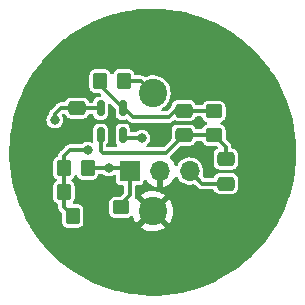
<source format=gbr>
%TF.GenerationSoftware,KiCad,Pcbnew,6.0.7-f9a2dced07~116~ubuntu20.04.1*%
%TF.CreationDate,2022-09-22T11:15:32+02:00*%
%TF.ProjectId,piezo_sensor_amplifier,7069657a-6f5f-4736-956e-736f725f616d,1.0*%
%TF.SameCoordinates,Original*%
%TF.FileFunction,Copper,L1,Top*%
%TF.FilePolarity,Positive*%
%FSLAX46Y46*%
G04 Gerber Fmt 4.6, Leading zero omitted, Abs format (unit mm)*
G04 Created by KiCad (PCBNEW 6.0.7-f9a2dced07~116~ubuntu20.04.1) date 2022-09-22 11:15:32*
%MOMM*%
%LPD*%
G01*
G04 APERTURE LIST*
G04 Aperture macros list*
%AMRoundRect*
0 Rectangle with rounded corners*
0 $1 Rounding radius*
0 $2 $3 $4 $5 $6 $7 $8 $9 X,Y pos of 4 corners*
0 Add a 4 corners polygon primitive as box body*
4,1,4,$2,$3,$4,$5,$6,$7,$8,$9,$2,$3,0*
0 Add four circle primitives for the rounded corners*
1,1,$1+$1,$2,$3*
1,1,$1+$1,$4,$5*
1,1,$1+$1,$6,$7*
1,1,$1+$1,$8,$9*
0 Add four rect primitives between the rounded corners*
20,1,$1+$1,$2,$3,$4,$5,0*
20,1,$1+$1,$4,$5,$6,$7,0*
20,1,$1+$1,$6,$7,$8,$9,0*
20,1,$1+$1,$8,$9,$2,$3,0*%
G04 Aperture macros list end*
%TA.AperFunction,SMDPad,CuDef*%
%ADD10RoundRect,0.250000X-0.475000X0.337500X-0.475000X-0.337500X0.475000X-0.337500X0.475000X0.337500X0*%
%TD*%
%TA.AperFunction,ComponentPad*%
%ADD11C,2.400000*%
%TD*%
%TA.AperFunction,SMDPad,CuDef*%
%ADD12RoundRect,0.250000X-0.350000X-0.450000X0.350000X-0.450000X0.350000X0.450000X-0.350000X0.450000X0*%
%TD*%
%TA.AperFunction,ComponentPad*%
%ADD13R,1.700000X1.700000*%
%TD*%
%TA.AperFunction,ComponentPad*%
%ADD14O,1.700000X1.700000*%
%TD*%
%TA.AperFunction,SMDPad,CuDef*%
%ADD15RoundRect,0.250000X-0.450000X0.350000X-0.450000X-0.350000X0.450000X-0.350000X0.450000X0.350000X0*%
%TD*%
%TA.AperFunction,SMDPad,CuDef*%
%ADD16RoundRect,0.250000X0.350000X0.450000X-0.350000X0.450000X-0.350000X-0.450000X0.350000X-0.450000X0*%
%TD*%
%TA.AperFunction,SMDPad,CuDef*%
%ADD17RoundRect,0.150000X0.150000X-0.512500X0.150000X0.512500X-0.150000X0.512500X-0.150000X-0.512500X0*%
%TD*%
%TA.AperFunction,ViaPad*%
%ADD18C,0.800000*%
%TD*%
%TA.AperFunction,Conductor*%
%ADD19C,0.350000*%
%TD*%
G04 APERTURE END LIST*
D10*
%TO.P,C3,1*%
%TO.N,Net-(C3-Pad1)*%
X102616000Y-96477000D03*
%TO.P,C3,2*%
%TO.N,Net-(C3-Pad2)*%
X102616000Y-98552000D03*
%TD*%
D11*
%TO.P,Y1,1,out*%
%TO.N,Net-(R3-Pad1)*%
X100000000Y-95000000D03*
%TO.P,Y1,2,GND*%
%TO.N,GND*%
X100000000Y-105000000D03*
%TD*%
D12*
%TO.P,R2,1*%
%TO.N,Net-(C1-Pad1)*%
X92472000Y-103378000D03*
%TO.P,R2,2*%
%TO.N,GND*%
X94472000Y-103378000D03*
%TD*%
D13*
%TO.P,J1,1,Pin_1*%
%TO.N,+3.3V*%
X98044000Y-101600000D03*
D14*
%TO.P,J1,2,Pin_2*%
%TO.N,GND*%
X100584000Y-101600000D03*
%TO.P,J1,3,Pin_3*%
%TO.N,Vout*%
X103124000Y-101600000D03*
%TD*%
D15*
%TO.P,C2,1*%
%TO.N,+3.3V*%
X97282000Y-104680000D03*
%TO.P,C2,2*%
%TO.N,GND*%
X97282000Y-106680000D03*
%TD*%
D12*
%TO.P,C1,1*%
%TO.N,Net-(C1-Pad1)*%
X93218000Y-105410000D03*
%TO.P,C1,2*%
%TO.N,GND*%
X95218000Y-105410000D03*
%TD*%
D10*
%TO.P,C5,1*%
%TO.N,Net-(C3-Pad2)*%
X106172000Y-100584000D03*
%TO.P,C5,2*%
%TO.N,Vout*%
X106172000Y-102659000D03*
%TD*%
%TO.P,C4,1*%
%TO.N,+3.3V*%
X93573600Y-96266000D03*
%TO.P,C4,2*%
%TO.N,GND*%
X93573600Y-98341000D03*
%TD*%
D15*
%TO.P,R4,1*%
%TO.N,Net-(C3-Pad1)*%
X105156000Y-96552000D03*
%TO.P,R4,2*%
%TO.N,Net-(C3-Pad2)*%
X105156000Y-98552000D03*
%TD*%
D16*
%TO.P,R1,1*%
%TO.N,+3.3V*%
X94472000Y-101346000D03*
%TO.P,R1,2*%
%TO.N,Net-(C1-Pad1)*%
X92472000Y-101346000D03*
%TD*%
D17*
%TO.P,U1,1*%
%TO.N,Net-(C3-Pad2)*%
X95570000Y-98552000D03*
%TO.P,U1,2,V-*%
%TO.N,GND*%
X96520000Y-98552000D03*
%TO.P,U1,3,+*%
%TO.N,Net-(C1-Pad1)*%
X97470000Y-98552000D03*
%TO.P,U1,4,-*%
%TO.N,Net-(C3-Pad1)*%
X97470000Y-96277000D03*
%TO.P,U1,5,V+*%
%TO.N,+3.3V*%
X95570000Y-96277000D03*
%TD*%
D16*
%TO.P,R3,1*%
%TO.N,Net-(R3-Pad1)*%
X97536000Y-93980000D03*
%TO.P,R3,2*%
%TO.N,Net-(C3-Pad1)*%
X95536000Y-93980000D03*
%TD*%
D18*
%TO.N,GND*%
X100584000Y-98552000D03*
X95758000Y-103124000D03*
X94996000Y-108204000D03*
X90678000Y-102362000D03*
X90424000Y-98552000D03*
X91948000Y-94742000D03*
X94234000Y-92456000D03*
X97028000Y-90932000D03*
X99822000Y-90424000D03*
X103124000Y-90932000D03*
X105918000Y-92456000D03*
X107950000Y-94742000D03*
X109220000Y-97790000D03*
X109474000Y-101092000D03*
X108458000Y-104140000D03*
X106934000Y-106426000D03*
X104394000Y-108458000D03*
X100330000Y-109474000D03*
%TO.N,+3.3V*%
X96266000Y-101346000D03*
X91694000Y-97282000D03*
%TO.N,Net-(C1-Pad1)*%
X99060000Y-98806000D03*
X94488000Y-99822000D03*
%TD*%
D19*
%TO.N,Net-(C1-Pad1)*%
X92472000Y-103378000D02*
X92472000Y-101346000D01*
X92456000Y-104648000D02*
X92456000Y-103394000D01*
X92456000Y-103394000D02*
X92472000Y-103378000D01*
%TO.N,+3.3V*%
X96266000Y-101346000D02*
X97790000Y-101346000D01*
X97790000Y-101346000D02*
X98044000Y-101600000D01*
X96266000Y-101346000D02*
X94472000Y-101346000D01*
%TO.N,Net-(C1-Pad1)*%
X93218000Y-105410000D02*
X92456000Y-104648000D01*
X94488000Y-99822000D02*
X92964000Y-99822000D01*
X92472000Y-100314000D02*
X92472000Y-101346000D01*
X92964000Y-99822000D02*
X92472000Y-100314000D01*
%TO.N,+3.3V*%
X91694000Y-96774000D02*
X92202000Y-96266000D01*
X91694000Y-97282000D02*
X91694000Y-96774000D01*
X92202000Y-96266000D02*
X93573600Y-96266000D01*
%TO.N,Vout*%
X106172000Y-102659000D02*
X104183000Y-102659000D01*
X104183000Y-102659000D02*
X103124000Y-101600000D01*
%TO.N,Net-(C3-Pad1)*%
X102616000Y-96477000D02*
X105081000Y-96477000D01*
X105081000Y-96477000D02*
X105156000Y-96552000D01*
%TO.N,Net-(C3-Pad2)*%
X102616000Y-98552000D02*
X105156000Y-98552000D01*
X105156000Y-98552000D02*
X106172000Y-99568000D01*
X106172000Y-99568000D02*
X106172000Y-100584000D01*
%TO.N,Net-(C1-Pad1)*%
X97724000Y-98806000D02*
X97470000Y-98552000D01*
X99060000Y-98806000D02*
X97724000Y-98806000D01*
%TO.N,Net-(C3-Pad2)*%
X95570000Y-99888000D02*
X95758000Y-100076000D01*
X95570000Y-98552000D02*
X95570000Y-99888000D01*
X101092000Y-100076000D02*
X102616000Y-98552000D01*
X95758000Y-100076000D02*
X101092000Y-100076000D01*
%TO.N,Net-(C3-Pad1)*%
X97470000Y-96277000D02*
X97547000Y-96277000D01*
X98298000Y-97028000D02*
X101346000Y-97028000D01*
X97547000Y-96277000D02*
X98298000Y-97028000D01*
X101346000Y-97028000D02*
X101897000Y-96477000D01*
X101897000Y-96477000D02*
X102616000Y-96477000D01*
%TO.N,Net-(R3-Pad1)*%
X97536000Y-93980000D02*
X98980000Y-93980000D01*
X98980000Y-93980000D02*
X100000000Y-95000000D01*
%TO.N,Net-(C3-Pad1)*%
X95536000Y-93980000D02*
X95536000Y-94343000D01*
X95536000Y-94343000D02*
X97470000Y-96277000D01*
%TO.N,+3.3V*%
X95570000Y-96277000D02*
X93584600Y-96277000D01*
X93584600Y-96277000D02*
X93573600Y-96266000D01*
X97028000Y-104680000D02*
X98044000Y-103664000D01*
X98044000Y-103664000D02*
X98044000Y-101600000D01*
%TD*%
%TA.AperFunction,Conductor*%
%TO.N,GND*%
G36*
X100088970Y-87850941D02*
G01*
X100758723Y-87874329D01*
X100766992Y-87874849D01*
X101434419Y-87935590D01*
X101442645Y-87936571D01*
X101923434Y-88007567D01*
X102105621Y-88034470D01*
X102113816Y-88035915D01*
X102770275Y-88170667D01*
X102778375Y-88172567D01*
X103426292Y-88343754D01*
X103434275Y-88346104D01*
X104071611Y-88553187D01*
X104079449Y-88555978D01*
X104704231Y-88798315D01*
X104711902Y-88801539D01*
X105322211Y-89078388D01*
X105329689Y-89082036D01*
X105923561Y-89392504D01*
X105930824Y-89396563D01*
X106506450Y-89739705D01*
X106513460Y-89744153D01*
X106924161Y-90021174D01*
X107069062Y-90118911D01*
X107075826Y-90123754D01*
X107609607Y-90528916D01*
X107616092Y-90534130D01*
X108126431Y-90968463D01*
X108132608Y-90974025D01*
X108455951Y-91281939D01*
X108617915Y-91436176D01*
X108623778Y-91442080D01*
X109082524Y-91930594D01*
X109088049Y-91936817D01*
X109518813Y-92450182D01*
X109523981Y-92456703D01*
X109925410Y-92993305D01*
X109930206Y-93000104D01*
X110301049Y-93558268D01*
X110305459Y-93565324D01*
X110644584Y-94143348D01*
X110648592Y-94150639D01*
X110954914Y-94746677D01*
X110958509Y-94754181D01*
X111212223Y-95324030D01*
X111231078Y-95366380D01*
X111234248Y-95374070D01*
X111465004Y-95981538D01*
X111472226Y-96000551D01*
X111474958Y-96008397D01*
X111521392Y-96154776D01*
X111677587Y-96647167D01*
X111679881Y-96655165D01*
X111846544Y-97304274D01*
X111848387Y-97312388D01*
X111978549Y-97969753D01*
X111979937Y-97977957D01*
X112073205Y-98641596D01*
X112074132Y-98649865D01*
X112116402Y-99153236D01*
X112130207Y-99317640D01*
X112130672Y-99325946D01*
X112131832Y-99367472D01*
X112149413Y-99996894D01*
X112149456Y-100003134D01*
X112144923Y-100327817D01*
X112144807Y-100336094D01*
X112144590Y-100342324D01*
X112109459Y-100970708D01*
X112107122Y-101012501D01*
X112106426Y-101020779D01*
X112057428Y-101457612D01*
X112031726Y-101686747D01*
X112030568Y-101694987D01*
X111918809Y-102355744D01*
X111917193Y-102363906D01*
X111829747Y-102748803D01*
X111770554Y-103009343D01*
X111768724Y-103017396D01*
X111766656Y-103025451D01*
X111581931Y-103669664D01*
X111579427Y-103677556D01*
X111486236Y-103945167D01*
X111359031Y-104310448D01*
X111356076Y-104318226D01*
X111100711Y-104937789D01*
X111097327Y-104945391D01*
X111086746Y-104967476D01*
X110824841Y-105514113D01*
X110807763Y-105549757D01*
X110803966Y-105557146D01*
X110658405Y-105821920D01*
X110481113Y-106144413D01*
X110476902Y-106151590D01*
X110121790Y-106719889D01*
X110117186Y-106726819D01*
X109730875Y-107274449D01*
X109725890Y-107281112D01*
X109559389Y-107491184D01*
X109328323Y-107782718D01*
X109309646Y-107806282D01*
X109304305Y-107812648D01*
X109189633Y-107941806D01*
X108859362Y-108313799D01*
X108853673Y-108319856D01*
X108381460Y-108795378D01*
X108375456Y-108801097D01*
X108246526Y-108917186D01*
X107877422Y-109249529D01*
X107871093Y-109254915D01*
X107348822Y-109674831D01*
X107342194Y-109679862D01*
X106797301Y-110069967D01*
X106790403Y-110074620D01*
X106224573Y-110433707D01*
X106217432Y-110437963D01*
X105632437Y-110764906D01*
X105625085Y-110768749D01*
X105240184Y-110956478D01*
X105022766Y-111062520D01*
X105015189Y-111065958D01*
X104397393Y-111325656D01*
X104389635Y-111328665D01*
X103758321Y-111553465D01*
X103750408Y-111556036D01*
X103328856Y-111680106D01*
X103107512Y-111745251D01*
X103099485Y-111747372D01*
X102447035Y-111900402D01*
X102438912Y-111902069D01*
X101778942Y-112018440D01*
X101770710Y-112019656D01*
X101105272Y-112099005D01*
X101096986Y-112099759D01*
X100428158Y-112141838D01*
X100419842Y-112142128D01*
X100060209Y-112144639D01*
X99749724Y-112146806D01*
X99741410Y-112146632D01*
X99072051Y-112113895D01*
X99063783Y-112113259D01*
X98397274Y-112043206D01*
X98389037Y-112042107D01*
X98090403Y-111993739D01*
X97727524Y-111934965D01*
X97719350Y-111933406D01*
X97064832Y-111789501D01*
X97056759Y-111787488D01*
X96874312Y-111736548D01*
X96411300Y-111607272D01*
X96403379Y-111604821D01*
X95768950Y-111388845D01*
X95761156Y-111385945D01*
X95463789Y-111265801D01*
X95139815Y-111134907D01*
X95132205Y-111131582D01*
X94760090Y-110956478D01*
X94525838Y-110846247D01*
X94518411Y-110842496D01*
X93928903Y-110523751D01*
X93921697Y-110519590D01*
X93350923Y-110168447D01*
X93343961Y-110163891D01*
X92793680Y-109781436D01*
X92786983Y-109776499D01*
X92656854Y-109674831D01*
X92258892Y-109363909D01*
X92252500Y-109358622D01*
X92051839Y-109182957D01*
X91748253Y-108917186D01*
X91742148Y-108911533D01*
X91690267Y-108860727D01*
X91263345Y-108442655D01*
X91257578Y-108436682D01*
X90805694Y-107941806D01*
X90800257Y-107935507D01*
X90376712Y-107416189D01*
X90371636Y-107409597D01*
X89977726Y-106867427D01*
X89973025Y-106860562D01*
X89610004Y-106297264D01*
X89605697Y-106290152D01*
X89588036Y-106259062D01*
X89274680Y-105707457D01*
X89270774Y-105700110D01*
X88972809Y-105099861D01*
X88969319Y-105092308D01*
X88802239Y-104702482D01*
X88705318Y-104476348D01*
X88702258Y-104468620D01*
X88701069Y-104465352D01*
X88473053Y-103838884D01*
X88470431Y-103831005D01*
X88276726Y-103189423D01*
X88274555Y-103181427D01*
X88169548Y-102747382D01*
X88116975Y-102530068D01*
X88115245Y-102521929D01*
X87994271Y-101862797D01*
X87992998Y-101854575D01*
X87909007Y-101189713D01*
X87908195Y-101181432D01*
X87861447Y-100512912D01*
X87861099Y-100504598D01*
X87851742Y-99834531D01*
X87851858Y-99826211D01*
X87879922Y-99156644D01*
X87880501Y-99148359D01*
X87880738Y-99145947D01*
X87945897Y-98481397D01*
X87946939Y-98473148D01*
X87968578Y-98333372D01*
X88049462Y-97810893D01*
X88050963Y-97802713D01*
X88065223Y-97735628D01*
X88092595Y-97606850D01*
X88163215Y-97274611D01*
X90988394Y-97274611D01*
X90989380Y-97283542D01*
X90989380Y-97283543D01*
X90990636Y-97294922D01*
X91006999Y-97443135D01*
X91010087Y-97451572D01*
X91010087Y-97451574D01*
X91029194Y-97503786D01*
X91065266Y-97602356D01*
X91070275Y-97609811D01*
X91070276Y-97609812D01*
X91151299Y-97730387D01*
X91159830Y-97743083D01*
X91166472Y-97749126D01*
X91166473Y-97749128D01*
X91254985Y-97829667D01*
X91285233Y-97857191D01*
X91293128Y-97861478D01*
X91293130Y-97861479D01*
X91426344Y-97933808D01*
X91426347Y-97933809D01*
X91434235Y-97938092D01*
X91495372Y-97954131D01*
X91589549Y-97978838D01*
X91589551Y-97978838D01*
X91598233Y-97981116D01*
X91607209Y-97981257D01*
X91758781Y-97983638D01*
X91767760Y-97983779D01*
X91933029Y-97945928D01*
X92084498Y-97869747D01*
X92123042Y-97836827D01*
X92206594Y-97765467D01*
X92206596Y-97765465D01*
X92213423Y-97759634D01*
X92237369Y-97726310D01*
X92307124Y-97629236D01*
X92307126Y-97629232D01*
X92312361Y-97621947D01*
X92325606Y-97589000D01*
X92372251Y-97472969D01*
X92372252Y-97472964D01*
X92375601Y-97464634D01*
X92399490Y-97296778D01*
X92399645Y-97282000D01*
X92379276Y-97113680D01*
X92319345Y-96955077D01*
X92320932Y-96954477D01*
X92306438Y-96889629D01*
X92329502Y-96816030D01*
X92349948Y-96790510D01*
X92354734Y-96785724D01*
X92421529Y-96747160D01*
X92498657Y-96747160D01*
X92565452Y-96785724D01*
X92598629Y-96836231D01*
X92614487Y-96876283D01*
X92705678Y-96996422D01*
X92825817Y-97087613D01*
X92966053Y-97143136D01*
X93055828Y-97154000D01*
X94091372Y-97154000D01*
X94181147Y-97143136D01*
X94321383Y-97087613D01*
X94441522Y-96996422D01*
X94532713Y-96876283D01*
X94544446Y-96846650D01*
X94590429Y-96784731D01*
X94661213Y-96754099D01*
X94682982Y-96752500D01*
X94826909Y-96752500D01*
X94901409Y-96772462D01*
X94955947Y-96827000D01*
X94971829Y-96867973D01*
X94972481Y-96874869D01*
X95017366Y-97002684D01*
X95097850Y-97111650D01*
X95206816Y-97192134D01*
X95334631Y-97237019D01*
X95343674Y-97237874D01*
X95343675Y-97237874D01*
X95346395Y-97238131D01*
X95366166Y-97240000D01*
X95773834Y-97240000D01*
X95793605Y-97238131D01*
X95796325Y-97237874D01*
X95796326Y-97237874D01*
X95805369Y-97237019D01*
X95933184Y-97192134D01*
X96042150Y-97111650D01*
X96122634Y-97002684D01*
X96167519Y-96874869D01*
X96170500Y-96843334D01*
X96170500Y-96009676D01*
X96190462Y-95935176D01*
X96245000Y-95880638D01*
X96319500Y-95860676D01*
X96394000Y-95880638D01*
X96424859Y-95904317D01*
X96825859Y-96305317D01*
X96864423Y-96372112D01*
X96869500Y-96410676D01*
X96869500Y-96843334D01*
X96872481Y-96874869D01*
X96917366Y-97002684D01*
X96997850Y-97111650D01*
X97106816Y-97192134D01*
X97234631Y-97237019D01*
X97243674Y-97237874D01*
X97243675Y-97237874D01*
X97246395Y-97238131D01*
X97266166Y-97240000D01*
X97673834Y-97240000D01*
X97705369Y-97237019D01*
X97713931Y-97234012D01*
X97722807Y-97232065D01*
X97723164Y-97233693D01*
X97789451Y-97228653D01*
X97858977Y-97262042D01*
X97867268Y-97269726D01*
X97914191Y-97316649D01*
X97922301Y-97325437D01*
X97926498Y-97330369D01*
X97932165Y-97339350D01*
X97969177Y-97372038D01*
X97975885Y-97378343D01*
X97985915Y-97388373D01*
X97985297Y-97388991D01*
X98024039Y-97446276D01*
X98039897Y-97443892D01*
X98075458Y-97452428D01*
X98107606Y-97464480D01*
X98118598Y-97469112D01*
X98157548Y-97487399D01*
X98168034Y-97489032D01*
X98176374Y-97491582D01*
X98184904Y-97493457D01*
X98194843Y-97497183D01*
X98205428Y-97497970D01*
X98205430Y-97497970D01*
X98237731Y-97500370D01*
X98249610Y-97501733D01*
X98260956Y-97503500D01*
X98274323Y-97503500D01*
X98285366Y-97503910D01*
X98330674Y-97507277D01*
X98341056Y-97505061D01*
X98351646Y-97504339D01*
X98351678Y-97504811D01*
X98364093Y-97503500D01*
X101278716Y-97503500D01*
X101290665Y-97503980D01*
X101297120Y-97504499D01*
X101307473Y-97506842D01*
X101318065Y-97506185D01*
X101318067Y-97506185D01*
X101356731Y-97503786D01*
X101365957Y-97503500D01*
X101380145Y-97503500D01*
X101388603Y-97502289D01*
X101400482Y-97501072D01*
X101415153Y-97500162D01*
X101443417Y-97498408D01*
X101453400Y-97494804D01*
X101461953Y-97493033D01*
X101470320Y-97490586D01*
X101480829Y-97489081D01*
X101520008Y-97471268D01*
X101531047Y-97466774D01*
X101571530Y-97452159D01*
X101580102Y-97445896D01*
X101587810Y-97441798D01*
X101595158Y-97437099D01*
X101604820Y-97432706D01*
X101612860Y-97425778D01*
X101612862Y-97425777D01*
X101637414Y-97404622D01*
X101646777Y-97397187D01*
X101651387Y-97393819D01*
X101651389Y-97393817D01*
X101656035Y-97390423D01*
X101665476Y-97380982D01*
X101673573Y-97373464D01*
X101699966Y-97350722D01*
X101708004Y-97343796D01*
X101710478Y-97339979D01*
X101771738Y-97298812D01*
X101848688Y-97293565D01*
X101874854Y-97301241D01*
X101882515Y-97304274D01*
X102008453Y-97354136D01*
X102098228Y-97365000D01*
X103133772Y-97365000D01*
X103223547Y-97354136D01*
X103363783Y-97298613D01*
X103483922Y-97207422D01*
X103575113Y-97087283D01*
X103578852Y-97077839D01*
X103578855Y-97077834D01*
X103591202Y-97046649D01*
X103637188Y-96984729D01*
X103707972Y-96954098D01*
X103729738Y-96952500D01*
X104032619Y-96952500D01*
X104107119Y-96972462D01*
X104161657Y-97027000D01*
X104171155Y-97046649D01*
X104221887Y-97174783D01*
X104313078Y-97294922D01*
X104433217Y-97386113D01*
X104479966Y-97404622D01*
X104502296Y-97413463D01*
X104564216Y-97459449D01*
X104594847Y-97530233D01*
X104585983Y-97606850D01*
X104539997Y-97668770D01*
X104502297Y-97690537D01*
X104433217Y-97717887D01*
X104408659Y-97736528D01*
X104321464Y-97802713D01*
X104313078Y-97809078D01*
X104221887Y-97929217D01*
X104202590Y-97977957D01*
X104200850Y-97982351D01*
X104154864Y-98044271D01*
X104084079Y-98074902D01*
X104062313Y-98076500D01*
X103729738Y-98076500D01*
X103655238Y-98056538D01*
X103600700Y-98002000D01*
X103591202Y-97982351D01*
X103578855Y-97951166D01*
X103578852Y-97951161D01*
X103575113Y-97941717D01*
X103483922Y-97821578D01*
X103363783Y-97730387D01*
X103223547Y-97674864D01*
X103133772Y-97664000D01*
X102098228Y-97664000D01*
X102008453Y-97674864D01*
X101868217Y-97730387D01*
X101748078Y-97821578D01*
X101656887Y-97941717D01*
X101601364Y-98081953D01*
X101590500Y-98171728D01*
X101590500Y-98843323D01*
X101570538Y-98917823D01*
X101546859Y-98948682D01*
X100938683Y-99556859D01*
X100871888Y-99595423D01*
X100833324Y-99600500D01*
X99612303Y-99600500D01*
X99537803Y-99580538D01*
X99483265Y-99526000D01*
X99463303Y-99451500D01*
X99483265Y-99377000D01*
X99515535Y-99338200D01*
X99548809Y-99309781D01*
X99579423Y-99283634D01*
X99614907Y-99234253D01*
X99673124Y-99153236D01*
X99673126Y-99153232D01*
X99678361Y-99145947D01*
X99723144Y-99034547D01*
X99738251Y-98996969D01*
X99738252Y-98996964D01*
X99741601Y-98988634D01*
X99765490Y-98820778D01*
X99765645Y-98806000D01*
X99745276Y-98637680D01*
X99685345Y-98479077D01*
X99589312Y-98339349D01*
X99582604Y-98333372D01*
X99469428Y-98232535D01*
X99469424Y-98232532D01*
X99462721Y-98226560D01*
X99454783Y-98222357D01*
X99454780Y-98222355D01*
X99320823Y-98151429D01*
X99312881Y-98147224D01*
X99304168Y-98145035D01*
X99304167Y-98145035D01*
X99231691Y-98126830D01*
X99148441Y-98105919D01*
X99044002Y-98105372D01*
X98987873Y-98105078D01*
X98978895Y-98105031D01*
X98970164Y-98107127D01*
X98970165Y-98107127D01*
X98822765Y-98142515D01*
X98822762Y-98142516D01*
X98814032Y-98144612D01*
X98806053Y-98148730D01*
X98806051Y-98148731D01*
X98770121Y-98167276D01*
X98663369Y-98222375D01*
X98656595Y-98228284D01*
X98656594Y-98228285D01*
X98581514Y-98293781D01*
X98512251Y-98327713D01*
X98483566Y-98330500D01*
X98219500Y-98330500D01*
X98145000Y-98310538D01*
X98090462Y-98256000D01*
X98070500Y-98181500D01*
X98070500Y-97985666D01*
X98067519Y-97954131D01*
X98022634Y-97826316D01*
X97942150Y-97717350D01*
X97933190Y-97710732D01*
X97925315Y-97702857D01*
X97926537Y-97701635D01*
X97886572Y-97651484D01*
X97885123Y-97641846D01*
X97856731Y-97643866D01*
X97833590Y-97635709D01*
X97833184Y-97636866D01*
X97713943Y-97594992D01*
X97705369Y-97591981D01*
X97696326Y-97591126D01*
X97696325Y-97591126D01*
X97693605Y-97590869D01*
X97673834Y-97589000D01*
X97266166Y-97589000D01*
X97246395Y-97590869D01*
X97243675Y-97591126D01*
X97243674Y-97591126D01*
X97234631Y-97591981D01*
X97106816Y-97636866D01*
X96997850Y-97717350D01*
X96917366Y-97826316D01*
X96872481Y-97954131D01*
X96869500Y-97985666D01*
X96869500Y-99118334D01*
X96872481Y-99149869D01*
X96917366Y-99277684D01*
X96923984Y-99286644D01*
X96980364Y-99362976D01*
X97008569Y-99434762D01*
X96997102Y-99511032D01*
X96949036Y-99571352D01*
X96877250Y-99599557D01*
X96860512Y-99600500D01*
X96194500Y-99600500D01*
X96120000Y-99580538D01*
X96065462Y-99526000D01*
X96045500Y-99451500D01*
X96045500Y-99431176D01*
X96065462Y-99356676D01*
X96074649Y-99342651D01*
X96116013Y-99286649D01*
X96116016Y-99286644D01*
X96122634Y-99277684D01*
X96167519Y-99149869D01*
X96170500Y-99118334D01*
X96170500Y-97985666D01*
X96167519Y-97954131D01*
X96122634Y-97826316D01*
X96042150Y-97717350D01*
X95933184Y-97636866D01*
X95805369Y-97591981D01*
X95796326Y-97591126D01*
X95796325Y-97591126D01*
X95793605Y-97590869D01*
X95773834Y-97589000D01*
X95366166Y-97589000D01*
X95346395Y-97590869D01*
X95343675Y-97591126D01*
X95343674Y-97591126D01*
X95334631Y-97591981D01*
X95206816Y-97636866D01*
X95097850Y-97717350D01*
X95017366Y-97826316D01*
X94972481Y-97954131D01*
X94969500Y-97985666D01*
X94969500Y-99036784D01*
X94949538Y-99111284D01*
X94895000Y-99165822D01*
X94820500Y-99185784D01*
X94757408Y-99170111D01*
X94757203Y-99170646D01*
X94752881Y-99168987D01*
X94750779Y-99168465D01*
X94740881Y-99163224D01*
X94732168Y-99161035D01*
X94732167Y-99161035D01*
X94651708Y-99140825D01*
X94576441Y-99121919D01*
X94472002Y-99121372D01*
X94415873Y-99121078D01*
X94406895Y-99121031D01*
X94398164Y-99123127D01*
X94398165Y-99123127D01*
X94250765Y-99158515D01*
X94250762Y-99158516D01*
X94242032Y-99160612D01*
X94234053Y-99164730D01*
X94234051Y-99164731D01*
X94223628Y-99170111D01*
X94091369Y-99238375D01*
X94084595Y-99244284D01*
X94084594Y-99244285D01*
X94009514Y-99309781D01*
X93940251Y-99343713D01*
X93911566Y-99346500D01*
X93031284Y-99346500D01*
X93019335Y-99346020D01*
X93012880Y-99345501D01*
X93002527Y-99343158D01*
X92991935Y-99343815D01*
X92991933Y-99343815D01*
X92953269Y-99346214D01*
X92944043Y-99346500D01*
X92929855Y-99346500D01*
X92921397Y-99347711D01*
X92909518Y-99348928D01*
X92894847Y-99349838D01*
X92866583Y-99351592D01*
X92856600Y-99355196D01*
X92848047Y-99356967D01*
X92839680Y-99359414D01*
X92829171Y-99360919D01*
X92789992Y-99378732D01*
X92778953Y-99383226D01*
X92738470Y-99397841D01*
X92729898Y-99404104D01*
X92722190Y-99408202D01*
X92714842Y-99412901D01*
X92705180Y-99417294D01*
X92697140Y-99424222D01*
X92697138Y-99424223D01*
X92672586Y-99445378D01*
X92663223Y-99452813D01*
X92658613Y-99456181D01*
X92653965Y-99459577D01*
X92644524Y-99469018D01*
X92636427Y-99476536D01*
X92613675Y-99496141D01*
X92601996Y-99506204D01*
X92596222Y-99515112D01*
X92589246Y-99523109D01*
X92588890Y-99522798D01*
X92581035Y-99532507D01*
X92183351Y-99930191D01*
X92174563Y-99938301D01*
X92169631Y-99942498D01*
X92160650Y-99948165D01*
X92127962Y-99985177D01*
X92121657Y-99991885D01*
X92111627Y-100001915D01*
X92108454Y-100006149D01*
X92108452Y-100006151D01*
X92106513Y-100008739D01*
X92098973Y-100018001D01*
X92070487Y-100050255D01*
X92065974Y-100059868D01*
X92061177Y-100067171D01*
X92056993Y-100074812D01*
X92050628Y-100083305D01*
X92046903Y-100093242D01*
X92046900Y-100093247D01*
X92035520Y-100123603D01*
X92030878Y-100134621D01*
X92012601Y-100173548D01*
X92010968Y-100184036D01*
X92008413Y-100192393D01*
X92006542Y-100200904D01*
X92002816Y-100210843D01*
X92002029Y-100221430D01*
X92002029Y-100221432D01*
X91999629Y-100253733D01*
X91998265Y-100265616D01*
X91996901Y-100274376D01*
X91965714Y-100344918D01*
X91904527Y-100389988D01*
X91849217Y-100411887D01*
X91803099Y-100446893D01*
X91745229Y-100490819D01*
X91729078Y-100503078D01*
X91722938Y-100511167D01*
X91720350Y-100514576D01*
X91637887Y-100623217D01*
X91582364Y-100763453D01*
X91571500Y-100853228D01*
X91571500Y-101838772D01*
X91582364Y-101928547D01*
X91637887Y-102068783D01*
X91729078Y-102188922D01*
X91737167Y-102195062D01*
X91737171Y-102195066D01*
X91800740Y-102243318D01*
X91848012Y-102304261D01*
X91858479Y-102380675D01*
X91829336Y-102452086D01*
X91800740Y-102480682D01*
X91737171Y-102528934D01*
X91737167Y-102528938D01*
X91729078Y-102535078D01*
X91637887Y-102655217D01*
X91582364Y-102795453D01*
X91571500Y-102885228D01*
X91571500Y-103870772D01*
X91582364Y-103960547D01*
X91637887Y-104100783D01*
X91729078Y-104220922D01*
X91849217Y-104312113D01*
X91886352Y-104326815D01*
X91948270Y-104372801D01*
X91978902Y-104443586D01*
X91980500Y-104465352D01*
X91980500Y-104580716D01*
X91980020Y-104592665D01*
X91979501Y-104599120D01*
X91977158Y-104609473D01*
X91977815Y-104620065D01*
X91977815Y-104620067D01*
X91980214Y-104658731D01*
X91980500Y-104667957D01*
X91980500Y-104682145D01*
X91981251Y-104687387D01*
X91981710Y-104690592D01*
X91982928Y-104702482D01*
X91985592Y-104745417D01*
X91989196Y-104755400D01*
X91990967Y-104763953D01*
X91993414Y-104772320D01*
X91994919Y-104782829D01*
X92012732Y-104822008D01*
X92017226Y-104833047D01*
X92031841Y-104873530D01*
X92038104Y-104882102D01*
X92042202Y-104889810D01*
X92046901Y-104897158D01*
X92051294Y-104906820D01*
X92058222Y-104914860D01*
X92058223Y-104914862D01*
X92079378Y-104939414D01*
X92086813Y-104948777D01*
X92093577Y-104958035D01*
X92103018Y-104967476D01*
X92110536Y-104975573D01*
X92140204Y-105010004D01*
X92149111Y-105015777D01*
X92157109Y-105022754D01*
X92156799Y-105023110D01*
X92166506Y-105030964D01*
X92273859Y-105138317D01*
X92312423Y-105205112D01*
X92317500Y-105243676D01*
X92317500Y-105902772D01*
X92328364Y-105992547D01*
X92383887Y-106132783D01*
X92475078Y-106252922D01*
X92595217Y-106344113D01*
X92735453Y-106399636D01*
X92825228Y-106410500D01*
X93610772Y-106410500D01*
X93700547Y-106399636D01*
X93765352Y-106373978D01*
X98991095Y-106373978D01*
X98995398Y-106381432D01*
X99087906Y-106449261D01*
X99097250Y-106455100D01*
X99312130Y-106568154D01*
X99322253Y-106572555D01*
X99551472Y-106652602D01*
X99562136Y-106655459D01*
X99800677Y-106700748D01*
X99811630Y-106701996D01*
X100054250Y-106711529D01*
X100065273Y-106711144D01*
X100306625Y-106684711D01*
X100317484Y-106682699D01*
X100552281Y-106620882D01*
X100562710Y-106617291D01*
X100785797Y-106521445D01*
X100795584Y-106516350D01*
X101002046Y-106388587D01*
X101003885Y-106387251D01*
X101011585Y-106376152D01*
X101006805Y-106366015D01*
X100013871Y-105373081D01*
X100000000Y-105365073D01*
X99986129Y-105373081D01*
X98999103Y-106360107D01*
X98991095Y-106373978D01*
X93765352Y-106373978D01*
X93840783Y-106344113D01*
X93960922Y-106252922D01*
X94052113Y-106132783D01*
X94107636Y-105992547D01*
X94118500Y-105902772D01*
X94118500Y-104917228D01*
X94107636Y-104827453D01*
X94052113Y-104687217D01*
X93960922Y-104567078D01*
X93840783Y-104475887D01*
X93700547Y-104420364D01*
X93610772Y-104409500D01*
X93371943Y-104409500D01*
X93297443Y-104389538D01*
X93242905Y-104335000D01*
X93222943Y-104260500D01*
X93242905Y-104186000D01*
X93253260Y-104170415D01*
X93299970Y-104108877D01*
X93299972Y-104108873D01*
X93306113Y-104100783D01*
X93361636Y-103960547D01*
X93372500Y-103870772D01*
X93372500Y-102885228D01*
X93361636Y-102795453D01*
X93306113Y-102655217D01*
X93214922Y-102535078D01*
X93206833Y-102528938D01*
X93206829Y-102528934D01*
X93143260Y-102480682D01*
X93095988Y-102419739D01*
X93085521Y-102343325D01*
X93114664Y-102271914D01*
X93143260Y-102243318D01*
X93206829Y-102195066D01*
X93206833Y-102195062D01*
X93214922Y-102188922D01*
X93306113Y-102068783D01*
X93333463Y-101999704D01*
X93379449Y-101937784D01*
X93450233Y-101907153D01*
X93526850Y-101916017D01*
X93588770Y-101962003D01*
X93610537Y-101999703D01*
X93637887Y-102068783D01*
X93729078Y-102188922D01*
X93737167Y-102195062D01*
X93757714Y-102210658D01*
X93849217Y-102280113D01*
X93989453Y-102335636D01*
X94079228Y-102346500D01*
X94864772Y-102346500D01*
X94954547Y-102335636D01*
X95094783Y-102280113D01*
X95186286Y-102210658D01*
X95206833Y-102195062D01*
X95214922Y-102188922D01*
X95306113Y-102068783D01*
X95348390Y-101962003D01*
X95358112Y-101937449D01*
X95358113Y-101937445D01*
X95361636Y-101928547D01*
X95361924Y-101928661D01*
X95396716Y-101866532D01*
X95462999Y-101827095D01*
X95503448Y-101821500D01*
X95690030Y-101821500D01*
X95764530Y-101841462D01*
X95790309Y-101860295D01*
X95838522Y-101904165D01*
X95857233Y-101921191D01*
X95865128Y-101925478D01*
X95865130Y-101925479D01*
X95998344Y-101997808D01*
X95998347Y-101997809D01*
X96006235Y-102002092D01*
X96043743Y-102011932D01*
X96161549Y-102042838D01*
X96161551Y-102042838D01*
X96170233Y-102045116D01*
X96179209Y-102045257D01*
X96330781Y-102047638D01*
X96339760Y-102047779D01*
X96505029Y-102009928D01*
X96514637Y-102005096D01*
X96648473Y-101937783D01*
X96656498Y-101933747D01*
X96662515Y-101928608D01*
X96735142Y-101904165D01*
X96810749Y-101919409D01*
X96868604Y-101970414D01*
X96893206Y-102043513D01*
X96893500Y-102052871D01*
X96893500Y-102494646D01*
X96896618Y-102520846D01*
X96942061Y-102623153D01*
X97021287Y-102702241D01*
X97033867Y-102707803D01*
X97033869Y-102707804D01*
X97113426Y-102742976D01*
X97123673Y-102747506D01*
X97138318Y-102749213D01*
X97145070Y-102750001D01*
X97145078Y-102750001D01*
X97149354Y-102750500D01*
X97419500Y-102750500D01*
X97494000Y-102770462D01*
X97548538Y-102825000D01*
X97568500Y-102899500D01*
X97568500Y-103405324D01*
X97548538Y-103479824D01*
X97524859Y-103510683D01*
X97299683Y-103735859D01*
X97232888Y-103774423D01*
X97194324Y-103779500D01*
X96789228Y-103779500D01*
X96699453Y-103790364D01*
X96559217Y-103845887D01*
X96439078Y-103937078D01*
X96347887Y-104057217D01*
X96292364Y-104197453D01*
X96281500Y-104287228D01*
X96281500Y-105072772D01*
X96292364Y-105162547D01*
X96347887Y-105302783D01*
X96439078Y-105422922D01*
X96559217Y-105514113D01*
X96699453Y-105569636D01*
X96789228Y-105580500D01*
X97774772Y-105580500D01*
X97864547Y-105569636D01*
X98004783Y-105514113D01*
X98124922Y-105422922D01*
X98126266Y-105424693D01*
X98181080Y-105393046D01*
X98258208Y-105393046D01*
X98325003Y-105431610D01*
X98359879Y-105486620D01*
X98433421Y-105691453D01*
X98437901Y-105701515D01*
X98552832Y-105915413D01*
X98558757Y-105924712D01*
X98614274Y-105999059D01*
X98626853Y-106008976D01*
X98635107Y-106005683D01*
X99626919Y-105013871D01*
X99634927Y-105000000D01*
X100365073Y-105000000D01*
X100373081Y-105013871D01*
X101362673Y-106003463D01*
X101376544Y-106011471D01*
X101382543Y-106008008D01*
X101502238Y-105821920D01*
X101507497Y-105812235D01*
X101607229Y-105590838D01*
X101610993Y-105580498D01*
X101676903Y-105346796D01*
X101679102Y-105335991D01*
X101709971Y-105093344D01*
X101710540Y-105085905D01*
X101712691Y-105003738D01*
X101712512Y-104996268D01*
X101694385Y-104752356D01*
X101692753Y-104741435D01*
X101639169Y-104504623D01*
X101635943Y-104494073D01*
X101547942Y-104267778D01*
X101543195Y-104257825D01*
X101422709Y-104047021D01*
X101416544Y-104037880D01*
X101386716Y-104000042D01*
X101373883Y-103990460D01*
X101364883Y-103994327D01*
X100373081Y-104986129D01*
X100365073Y-105000000D01*
X99634927Y-105000000D01*
X99626919Y-104986129D01*
X98637887Y-103997097D01*
X98601592Y-103976142D01*
X98572478Y-103968341D01*
X98517940Y-103913803D01*
X98497978Y-103839303D01*
X98503088Y-103805115D01*
X98503399Y-103804452D01*
X98505033Y-103793959D01*
X98507588Y-103785604D01*
X98509459Y-103777095D01*
X98513184Y-103767157D01*
X98513971Y-103756568D01*
X98516371Y-103724267D01*
X98517735Y-103712387D01*
X98518614Y-103706744D01*
X98518616Y-103706723D01*
X98519500Y-103701044D01*
X98519500Y-103687680D01*
X98519910Y-103676639D01*
X98522490Y-103641913D01*
X98523277Y-103631326D01*
X98521991Y-103625301D01*
X98989058Y-103625301D01*
X98991294Y-103632084D01*
X99986129Y-104626919D01*
X100000000Y-104634927D01*
X100013871Y-104626919D01*
X101001429Y-103639361D01*
X101009437Y-103625490D01*
X101005521Y-103618706D01*
X100873846Y-103527361D01*
X100864348Y-103521766D01*
X100646579Y-103414375D01*
X100636359Y-103410245D01*
X100405110Y-103336221D01*
X100394387Y-103333646D01*
X100154726Y-103294616D01*
X100143756Y-103293657D01*
X99900965Y-103290478D01*
X99889960Y-103291151D01*
X99649373Y-103323894D01*
X99638582Y-103326187D01*
X99405472Y-103394132D01*
X99395148Y-103397993D01*
X99174641Y-103499647D01*
X99165007Y-103504988D01*
X98999722Y-103613353D01*
X98989058Y-103625301D01*
X98521991Y-103625301D01*
X98521061Y-103620944D01*
X98520339Y-103610354D01*
X98520811Y-103610322D01*
X98519500Y-103597907D01*
X98519500Y-102899500D01*
X98539462Y-102825000D01*
X98594000Y-102770462D01*
X98668500Y-102750500D01*
X98938646Y-102750500D01*
X98964846Y-102747382D01*
X99067153Y-102701939D01*
X99146241Y-102622713D01*
X99181409Y-102543167D01*
X99186976Y-102530574D01*
X99186976Y-102530573D01*
X99191506Y-102520327D01*
X99194500Y-102494646D01*
X99194500Y-102460044D01*
X99214462Y-102385544D01*
X99269000Y-102331006D01*
X99343500Y-102311044D01*
X99418000Y-102331006D01*
X99470543Y-102382190D01*
X99481198Y-102399576D01*
X99488403Y-102409422D01*
X99626591Y-102568950D01*
X99635311Y-102577489D01*
X99797716Y-102712320D01*
X99807686Y-102719302D01*
X99989945Y-102825805D01*
X100000920Y-102831064D01*
X100198127Y-102906370D01*
X100209817Y-102909766D01*
X100310778Y-102930306D01*
X100326765Y-102929328D01*
X100330000Y-102922840D01*
X100330000Y-101495000D01*
X100349962Y-101420500D01*
X100404500Y-101365962D01*
X100479000Y-101346000D01*
X100689000Y-101346000D01*
X100763500Y-101365962D01*
X100818038Y-101420500D01*
X100838000Y-101495000D01*
X100838000Y-102917016D01*
X100842145Y-102932487D01*
X100851271Y-102934932D01*
X100861244Y-102933654D01*
X100873167Y-102931120D01*
X101075348Y-102870463D01*
X101086691Y-102866017D01*
X101276245Y-102773156D01*
X101286715Y-102766915D01*
X101458552Y-102644345D01*
X101467874Y-102636467D01*
X101617381Y-102487480D01*
X101625281Y-102478198D01*
X101748451Y-102306789D01*
X101754734Y-102296333D01*
X101835502Y-102132910D01*
X101886406Y-102074967D01*
X101959463Y-102050239D01*
X102035096Y-102065352D01*
X102093039Y-102116256D01*
X102104390Y-102136545D01*
X102123369Y-102177714D01*
X102127305Y-102183284D01*
X102127306Y-102183285D01*
X102214590Y-102306789D01*
X102245405Y-102350391D01*
X102396865Y-102497937D01*
X102572677Y-102615411D01*
X102578945Y-102618104D01*
X102578947Y-102618105D01*
X102621686Y-102636467D01*
X102766953Y-102698878D01*
X102973186Y-102745544D01*
X103024544Y-102747562D01*
X103177641Y-102753578D01*
X103177645Y-102753578D01*
X103184470Y-102753846D01*
X103393730Y-102723504D01*
X103400192Y-102721310D01*
X103400198Y-102721309D01*
X103441358Y-102707337D01*
X103518321Y-102702292D01*
X103587495Y-102736405D01*
X103594612Y-102743070D01*
X103799191Y-102947649D01*
X103807301Y-102956437D01*
X103811498Y-102961369D01*
X103817165Y-102970350D01*
X103854177Y-103003038D01*
X103860885Y-103009343D01*
X103870915Y-103019373D01*
X103875149Y-103022546D01*
X103875151Y-103022548D01*
X103877739Y-103024487D01*
X103887001Y-103032027D01*
X103919255Y-103060513D01*
X103928868Y-103065026D01*
X103936171Y-103069823D01*
X103943812Y-103074007D01*
X103952305Y-103080372D01*
X103962242Y-103084097D01*
X103962247Y-103084100D01*
X103992603Y-103095480D01*
X104003621Y-103100122D01*
X104042548Y-103118399D01*
X104053036Y-103120032D01*
X104061393Y-103122587D01*
X104069904Y-103124458D01*
X104079843Y-103128184D01*
X104090430Y-103128971D01*
X104090432Y-103128971D01*
X104122733Y-103131371D01*
X104134613Y-103132735D01*
X104140256Y-103133614D01*
X104140277Y-103133616D01*
X104145956Y-103134500D01*
X104159320Y-103134500D01*
X104170361Y-103134910D01*
X104215674Y-103138277D01*
X104226056Y-103136061D01*
X104236646Y-103135339D01*
X104236678Y-103135811D01*
X104249093Y-103134500D01*
X105058262Y-103134500D01*
X105132762Y-103154462D01*
X105187300Y-103209000D01*
X105196798Y-103228649D01*
X105209145Y-103259834D01*
X105209147Y-103259838D01*
X105212887Y-103269283D01*
X105304078Y-103389422D01*
X105424217Y-103480613D01*
X105564453Y-103536136D01*
X105654228Y-103547000D01*
X106689772Y-103547000D01*
X106779547Y-103536136D01*
X106919783Y-103480613D01*
X107039922Y-103389422D01*
X107131113Y-103269283D01*
X107186636Y-103129047D01*
X107197500Y-103039272D01*
X107197500Y-102278728D01*
X107186636Y-102188953D01*
X107131113Y-102048717D01*
X107046909Y-101937783D01*
X107046062Y-101936667D01*
X107039922Y-101928578D01*
X107027362Y-101919044D01*
X106958180Y-101866532D01*
X106919783Y-101837387D01*
X106779547Y-101781864D01*
X106689772Y-101771000D01*
X105654228Y-101771000D01*
X105564453Y-101781864D01*
X105424217Y-101837387D01*
X105385820Y-101866532D01*
X105316639Y-101919044D01*
X105304078Y-101928578D01*
X105297938Y-101936667D01*
X105297091Y-101937783D01*
X105212887Y-102048717D01*
X105209148Y-102058161D01*
X105209145Y-102058166D01*
X105196798Y-102089351D01*
X105150812Y-102151271D01*
X105080028Y-102181902D01*
X105058262Y-102183500D01*
X104441676Y-102183500D01*
X104367176Y-102163538D01*
X104336317Y-102139859D01*
X104267070Y-102070612D01*
X104228506Y-102003817D01*
X104228506Y-101926689D01*
X104231337Y-101917358D01*
X104245309Y-101876198D01*
X104245310Y-101876192D01*
X104247504Y-101869730D01*
X104277846Y-101660470D01*
X104279429Y-101600000D01*
X104260081Y-101389440D01*
X104202686Y-101185931D01*
X104109165Y-100996290D01*
X104105084Y-100990825D01*
X104105081Y-100990820D01*
X103986739Y-100832341D01*
X103986737Y-100832339D01*
X103982651Y-100826867D01*
X103827381Y-100683337D01*
X103648554Y-100570505D01*
X103642215Y-100567976D01*
X103642209Y-100567973D01*
X103458504Y-100494683D01*
X103452160Y-100492152D01*
X103378564Y-100477513D01*
X103251478Y-100452234D01*
X103251475Y-100452234D01*
X103244775Y-100450901D01*
X103139061Y-100449517D01*
X103040180Y-100448222D01*
X103040175Y-100448222D01*
X103033346Y-100448133D01*
X103026613Y-100449290D01*
X103026612Y-100449290D01*
X102831684Y-100482784D01*
X102831680Y-100482785D01*
X102824953Y-100483941D01*
X102768960Y-100504598D01*
X102641828Y-100551500D01*
X102626575Y-100557127D01*
X102620702Y-100560621D01*
X102499612Y-100632662D01*
X102444856Y-100665238D01*
X102417203Y-100689489D01*
X102291022Y-100800146D01*
X102291019Y-100800149D01*
X102285881Y-100804655D01*
X102244053Y-100857714D01*
X102159207Y-100965340D01*
X102159203Y-100965346D01*
X102154976Y-100970708D01*
X102151797Y-100976751D01*
X102151794Y-100976755D01*
X102100482Y-101074284D01*
X102048128Y-101130920D01*
X101974469Y-101153792D01*
X101899242Y-101136770D01*
X101842606Y-101084416D01*
X101831977Y-101064320D01*
X101787350Y-100961685D01*
X101781590Y-100950942D01*
X101666937Y-100773716D01*
X101659504Y-100764063D01*
X101517440Y-100607937D01*
X101508529Y-100599627D01*
X101490429Y-100585333D01*
X101444335Y-100523494D01*
X101435335Y-100446893D01*
X101465843Y-100376055D01*
X101477416Y-100363042D01*
X102356817Y-99483641D01*
X102423612Y-99445077D01*
X102462176Y-99440000D01*
X103133772Y-99440000D01*
X103223547Y-99429136D01*
X103363783Y-99373613D01*
X103483922Y-99282422D01*
X103575113Y-99162283D01*
X103578852Y-99152839D01*
X103578855Y-99152834D01*
X103591202Y-99121649D01*
X103637188Y-99059729D01*
X103707972Y-99029098D01*
X103729738Y-99027500D01*
X104062313Y-99027500D01*
X104136813Y-99047462D01*
X104191351Y-99102000D01*
X104200849Y-99121648D01*
X104221887Y-99174783D01*
X104313078Y-99294922D01*
X104433217Y-99386113D01*
X104573453Y-99441636D01*
X104663228Y-99452500D01*
X105322324Y-99452500D01*
X105396824Y-99472462D01*
X105427683Y-99496141D01*
X105458932Y-99527390D01*
X105497496Y-99594185D01*
X105497496Y-99671313D01*
X105458932Y-99738108D01*
X105429921Y-99760129D01*
X105424217Y-99762387D01*
X105304078Y-99853578D01*
X105212887Y-99973717D01*
X105157364Y-100113953D01*
X105146500Y-100203728D01*
X105146500Y-100964272D01*
X105157364Y-101054047D01*
X105212887Y-101194283D01*
X105304078Y-101314422D01*
X105424217Y-101405613D01*
X105564453Y-101461136D01*
X105654228Y-101472000D01*
X106689772Y-101472000D01*
X106779547Y-101461136D01*
X106919783Y-101405613D01*
X107039922Y-101314422D01*
X107131113Y-101194283D01*
X107186636Y-101054047D01*
X107197500Y-100964272D01*
X107197500Y-100203728D01*
X107186636Y-100113953D01*
X107131113Y-99973717D01*
X107039922Y-99853578D01*
X106919783Y-99762387D01*
X106779547Y-99706864D01*
X106770043Y-99705714D01*
X106760771Y-99703359D01*
X106761686Y-99699758D01*
X106707727Y-99678075D01*
X106660128Y-99617386D01*
X106648460Y-99568134D01*
X106647786Y-99557267D01*
X106647500Y-99548043D01*
X106647500Y-99533855D01*
X106646289Y-99525397D01*
X106645072Y-99513518D01*
X106643065Y-99481174D01*
X106642408Y-99470583D01*
X106638804Y-99460600D01*
X106637033Y-99452047D01*
X106634586Y-99443680D01*
X106633081Y-99433171D01*
X106615268Y-99393992D01*
X106610774Y-99382953D01*
X106596159Y-99342470D01*
X106589896Y-99333898D01*
X106585798Y-99326190D01*
X106581099Y-99318842D01*
X106576706Y-99309180D01*
X106569777Y-99301138D01*
X106548622Y-99276586D01*
X106541187Y-99267223D01*
X106537819Y-99262613D01*
X106537817Y-99262611D01*
X106534423Y-99257965D01*
X106524982Y-99248524D01*
X106517464Y-99240427D01*
X106494725Y-99214037D01*
X106494724Y-99214036D01*
X106487796Y-99205996D01*
X106478888Y-99200222D01*
X106470891Y-99193246D01*
X106471202Y-99192890D01*
X106461493Y-99185035D01*
X106200141Y-98923683D01*
X106161577Y-98856888D01*
X106156500Y-98818324D01*
X106156500Y-98159228D01*
X106145636Y-98069453D01*
X106090113Y-97929217D01*
X105998922Y-97809078D01*
X105990537Y-97802713D01*
X105903341Y-97736528D01*
X105878783Y-97717887D01*
X105809704Y-97690537D01*
X105747784Y-97644551D01*
X105717153Y-97573767D01*
X105726017Y-97497150D01*
X105772003Y-97435230D01*
X105809704Y-97413463D01*
X105832034Y-97404622D01*
X105878783Y-97386113D01*
X105998922Y-97294922D01*
X106090113Y-97174783D01*
X106145636Y-97034547D01*
X106156500Y-96944772D01*
X106156500Y-96159228D01*
X106145636Y-96069453D01*
X106090113Y-95929217D01*
X106011164Y-95825206D01*
X106005062Y-95817167D01*
X105998922Y-95809078D01*
X105989823Y-95802171D01*
X105954636Y-95775463D01*
X105878783Y-95717887D01*
X105738547Y-95662364D01*
X105648772Y-95651500D01*
X104663228Y-95651500D01*
X104573453Y-95662364D01*
X104433217Y-95717887D01*
X104357364Y-95775463D01*
X104322178Y-95802171D01*
X104313078Y-95809078D01*
X104306938Y-95817167D01*
X104300836Y-95825206D01*
X104221887Y-95929217D01*
X104221822Y-95929382D01*
X104171518Y-95980750D01*
X104095671Y-96001500D01*
X103729738Y-96001500D01*
X103655238Y-95981538D01*
X103600700Y-95927000D01*
X103591202Y-95907351D01*
X103578855Y-95876166D01*
X103578852Y-95876161D01*
X103575113Y-95866717D01*
X103483922Y-95746578D01*
X103363783Y-95655387D01*
X103223547Y-95599864D01*
X103133772Y-95589000D01*
X102098228Y-95589000D01*
X102008453Y-95599864D01*
X101868217Y-95655387D01*
X101748078Y-95746578D01*
X101656887Y-95866717D01*
X101601364Y-96006953D01*
X101600214Y-96016456D01*
X101595185Y-96058016D01*
X101566418Y-96129578D01*
X101544523Y-96152995D01*
X101534996Y-96161204D01*
X101529222Y-96170112D01*
X101522246Y-96178109D01*
X101521890Y-96177798D01*
X101514037Y-96187504D01*
X101343704Y-96357838D01*
X101192683Y-96508859D01*
X101125888Y-96547423D01*
X101087324Y-96552500D01*
X100873027Y-96552500D01*
X100798527Y-96532538D01*
X100743989Y-96478000D01*
X100724027Y-96403500D01*
X100743989Y-96329000D01*
X100786502Y-96282197D01*
X100966849Y-96153556D01*
X100971829Y-96150004D01*
X101146605Y-95975837D01*
X101186339Y-95920542D01*
X101287021Y-95780427D01*
X101290588Y-95775463D01*
X101301728Y-95752924D01*
X101353768Y-95647627D01*
X101399911Y-95554264D01*
X101449093Y-95392388D01*
X101469862Y-95324030D01*
X101469863Y-95324026D01*
X101471639Y-95318180D01*
X101503845Y-95073550D01*
X101505643Y-95000000D01*
X101485425Y-94754089D01*
X101425316Y-94514783D01*
X101413898Y-94488522D01*
X101329367Y-94294117D01*
X101326928Y-94288507D01*
X101192905Y-94081339D01*
X101026846Y-93898842D01*
X100833210Y-93745918D01*
X100827857Y-93742963D01*
X100827854Y-93742961D01*
X100628507Y-93632916D01*
X100617198Y-93626673D01*
X100384610Y-93544309D01*
X100378595Y-93543238D01*
X100378593Y-93543237D01*
X100251514Y-93520601D01*
X100141694Y-93501039D01*
X100135581Y-93500964D01*
X100135578Y-93500964D01*
X100031654Y-93499695D01*
X99894972Y-93498025D01*
X99846867Y-93505386D01*
X99657107Y-93534423D01*
X99657104Y-93534424D01*
X99651070Y-93535347D01*
X99416540Y-93612003D01*
X99411654Y-93614546D01*
X99335431Y-93624988D01*
X99264020Y-93595847D01*
X99255486Y-93588856D01*
X99243745Y-93578487D01*
X99234132Y-93573974D01*
X99226829Y-93569177D01*
X99219188Y-93564993D01*
X99210695Y-93558628D01*
X99200758Y-93554903D01*
X99200753Y-93554900D01*
X99170397Y-93543520D01*
X99159378Y-93538877D01*
X99151860Y-93535347D01*
X99120452Y-93520601D01*
X99109964Y-93518968D01*
X99101607Y-93516413D01*
X99093096Y-93514542D01*
X99083157Y-93510816D01*
X99072570Y-93510029D01*
X99072568Y-93510029D01*
X99040267Y-93507629D01*
X99028387Y-93506265D01*
X99022744Y-93505386D01*
X99022723Y-93505384D01*
X99017044Y-93504500D01*
X99003680Y-93504500D01*
X98992639Y-93504090D01*
X98947326Y-93500723D01*
X98936944Y-93502939D01*
X98926354Y-93503661D01*
X98926322Y-93503189D01*
X98913907Y-93504500D01*
X98567448Y-93504500D01*
X98492948Y-93484538D01*
X98438410Y-93430000D01*
X98425830Y-93399057D01*
X98425636Y-93397453D01*
X98422113Y-93388555D01*
X98422112Y-93388551D01*
X98397463Y-93326296D01*
X98370113Y-93257217D01*
X98278922Y-93137078D01*
X98158783Y-93045887D01*
X98018547Y-92990364D01*
X97928772Y-92979500D01*
X97143228Y-92979500D01*
X97053453Y-92990364D01*
X96913217Y-93045887D01*
X96793078Y-93137078D01*
X96701887Y-93257217D01*
X96674537Y-93326296D01*
X96628551Y-93388216D01*
X96557767Y-93418847D01*
X96481150Y-93409983D01*
X96419230Y-93363997D01*
X96397463Y-93326296D01*
X96370113Y-93257217D01*
X96278922Y-93137078D01*
X96158783Y-93045887D01*
X96018547Y-92990364D01*
X95928772Y-92979500D01*
X95143228Y-92979500D01*
X95053453Y-92990364D01*
X94913217Y-93045887D01*
X94793078Y-93137078D01*
X94701887Y-93257217D01*
X94646364Y-93397453D01*
X94635500Y-93487228D01*
X94635500Y-94472772D01*
X94646364Y-94562547D01*
X94701887Y-94702783D01*
X94793078Y-94822922D01*
X94913217Y-94914113D01*
X95053453Y-94969636D01*
X95143228Y-94980500D01*
X95439324Y-94980500D01*
X95513824Y-95000462D01*
X95544683Y-95024141D01*
X95580183Y-95059641D01*
X95618747Y-95126436D01*
X95618747Y-95203564D01*
X95580183Y-95270359D01*
X95513388Y-95308923D01*
X95474824Y-95314000D01*
X95366166Y-95314000D01*
X95346395Y-95315869D01*
X95343675Y-95316126D01*
X95343674Y-95316126D01*
X95334631Y-95316981D01*
X95206816Y-95361866D01*
X95097850Y-95442350D01*
X95017366Y-95551316D01*
X94972481Y-95679131D01*
X94971875Y-95685537D01*
X94936982Y-95752924D01*
X94872023Y-95794506D01*
X94826909Y-95801500D01*
X94691693Y-95801500D01*
X94617193Y-95781538D01*
X94562655Y-95727000D01*
X94553156Y-95707351D01*
X94544082Y-95684433D01*
X94532713Y-95655717D01*
X94441522Y-95535578D01*
X94321383Y-95444387D01*
X94181147Y-95388864D01*
X94091372Y-95378000D01*
X93055828Y-95378000D01*
X92966053Y-95388864D01*
X92825817Y-95444387D01*
X92705678Y-95535578D01*
X92614487Y-95655717D01*
X92610748Y-95665160D01*
X92610745Y-95665166D01*
X92598398Y-95696351D01*
X92552412Y-95758271D01*
X92481628Y-95788902D01*
X92459862Y-95790500D01*
X92269283Y-95790500D01*
X92257334Y-95790020D01*
X92250879Y-95789501D01*
X92240526Y-95787158D01*
X92229934Y-95787815D01*
X92229932Y-95787815D01*
X92191268Y-95790214D01*
X92182042Y-95790500D01*
X92167855Y-95790500D01*
X92159397Y-95791711D01*
X92147518Y-95792928D01*
X92139624Y-95793418D01*
X92104583Y-95795592D01*
X92094599Y-95799196D01*
X92086043Y-95800968D01*
X92077679Y-95803414D01*
X92067171Y-95804919D01*
X92027998Y-95822730D01*
X92016924Y-95827238D01*
X91976470Y-95841842D01*
X91967899Y-95848103D01*
X91960190Y-95852202D01*
X91952845Y-95856899D01*
X91943180Y-95861294D01*
X91910574Y-95889389D01*
X91901235Y-95896805D01*
X91891964Y-95903577D01*
X91882517Y-95913024D01*
X91874420Y-95920542D01*
X91857437Y-95935176D01*
X91839996Y-95950204D01*
X91834222Y-95959112D01*
X91827246Y-95967109D01*
X91826890Y-95966798D01*
X91819037Y-95976504D01*
X91405352Y-96390189D01*
X91396566Y-96398296D01*
X91391624Y-96402502D01*
X91382650Y-96408165D01*
X91349962Y-96445177D01*
X91343657Y-96451885D01*
X91333627Y-96461915D01*
X91330454Y-96466149D01*
X91330452Y-96466151D01*
X91328513Y-96468739D01*
X91320974Y-96478000D01*
X91292487Y-96510255D01*
X91287974Y-96519868D01*
X91283177Y-96527171D01*
X91278993Y-96534812D01*
X91272628Y-96543305D01*
X91268903Y-96553242D01*
X91268900Y-96553247D01*
X91257520Y-96583603D01*
X91252878Y-96594621D01*
X91234601Y-96633548D01*
X91232968Y-96644036D01*
X91230413Y-96652393D01*
X91228542Y-96660904D01*
X91224816Y-96670843D01*
X91224030Y-96681429D01*
X91224029Y-96681431D01*
X91222134Y-96706942D01*
X91196707Y-96779758D01*
X91181722Y-96796652D01*
X91182385Y-96797249D01*
X91176374Y-96803925D01*
X91169604Y-96809831D01*
X91072113Y-96948547D01*
X91010524Y-97106513D01*
X90988394Y-97274611D01*
X88163215Y-97274611D01*
X88190297Y-97147203D01*
X88192254Y-97139116D01*
X88367951Y-96492442D01*
X88370355Y-96484476D01*
X88581894Y-95848567D01*
X88584740Y-95840749D01*
X88608623Y-95780427D01*
X88831435Y-95217667D01*
X88834711Y-95210024D01*
X88837696Y-95203564D01*
X89115808Y-94601674D01*
X89119506Y-94594226D01*
X89434117Y-94002529D01*
X89438227Y-93995294D01*
X89785378Y-93422080D01*
X89789885Y-93415086D01*
X90168496Y-92862138D01*
X90173387Y-92855406D01*
X90582274Y-92324456D01*
X90587533Y-92318008D01*
X91025416Y-91810716D01*
X91031026Y-91804572D01*
X91496547Y-91322510D01*
X91502492Y-91316688D01*
X91994209Y-90861353D01*
X92000470Y-90855873D01*
X92516813Y-90428717D01*
X92523370Y-90423594D01*
X93062759Y-90025923D01*
X93069591Y-90021174D01*
X93630355Y-89654220D01*
X93637437Y-89649863D01*
X93674476Y-89628479D01*
X94076166Y-89396563D01*
X94217805Y-89314788D01*
X94225124Y-89310831D01*
X94571661Y-89135782D01*
X94823294Y-89008673D01*
X94830789Y-89005146D01*
X95444904Y-88736846D01*
X95452619Y-88733729D01*
X95662005Y-88655859D01*
X96080745Y-88500131D01*
X96088613Y-88497453D01*
X96728781Y-88299288D01*
X96736794Y-88297050D01*
X96766825Y-88289562D01*
X97387054Y-88134922D01*
X97395137Y-88133145D01*
X97904835Y-88035915D01*
X98053442Y-88007567D01*
X98061656Y-88006237D01*
X98725901Y-87917607D01*
X98734174Y-87916737D01*
X98830569Y-87909320D01*
X99402359Y-87865324D01*
X99410669Y-87864918D01*
X99824582Y-87856247D01*
X100080663Y-87850883D01*
X100088970Y-87850941D01*
G37*
%TD.AperFunction*%
%TD*%
M02*

</source>
